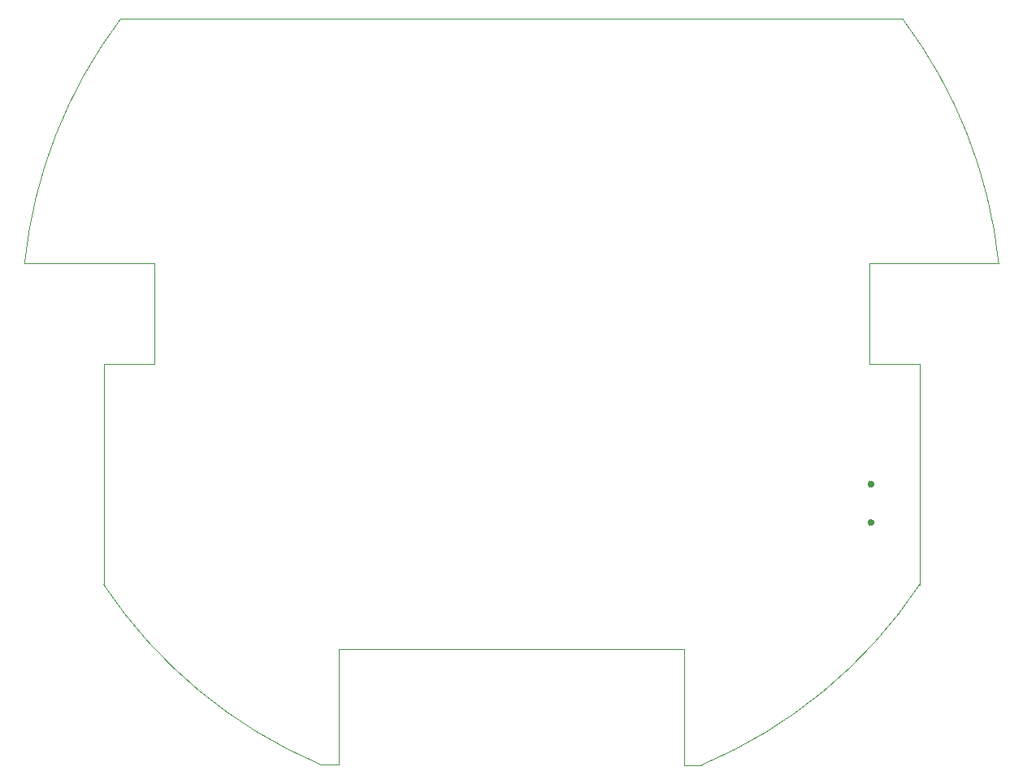
<source format=gbr>
%TF.GenerationSoftware,KiCad,Pcbnew,9.0.0*%
%TF.CreationDate,2025-07-24T21:17:22+09:00*%
%TF.ProjectId,AQUA_VESC,41515541-5f56-4455-9343-2e6b69636164,rev?*%
%TF.SameCoordinates,Original*%
%TF.FileFunction,Profile,NP*%
%FSLAX46Y46*%
G04 Gerber Fmt 4.6, Leading zero omitted, Abs format (unit mm)*
G04 Created by KiCad (PCBNEW 9.0.0) date 2025-07-24 21:17:22*
%MOMM*%
%LPD*%
G01*
G04 APERTURE LIST*
%TA.AperFunction,Profile*%
%ADD10C,0.050000*%
%TD*%
%TA.AperFunction,Profile*%
%ADD11C,0.000000*%
%TD*%
G04 APERTURE END LIST*
D10*
X51000000Y-58000000D02*
X51000000Y-81000000D01*
X111500000Y-99797445D02*
X111500000Y-87750000D01*
X42751428Y-47500153D02*
G75*
G02*
X52774607Y-22018569I50748572J-5249847D01*
G01*
X73517975Y-99707759D02*
X75500000Y-99707759D01*
X130750000Y-58005915D02*
X130750000Y-47500000D01*
X136000000Y-81000000D02*
G75*
G02*
X113269937Y-99797445I-42500000J28250000D01*
G01*
X113269936Y-99797445D02*
X111500000Y-99797445D01*
X130750000Y-58005915D02*
X136000000Y-58005915D01*
X56250000Y-58000000D02*
X51000000Y-58000000D01*
X134225341Y-22018608D02*
X52774607Y-22018676D01*
X75500000Y-99707759D02*
X75500000Y-87750000D01*
X42751428Y-47500153D02*
X56250000Y-47500148D01*
X136000000Y-81000000D02*
X136000000Y-58005915D01*
X75500000Y-87750000D02*
X111500000Y-87750000D01*
X73517975Y-99707759D02*
G75*
G02*
X51000000Y-81000000I19982025J46957759D01*
G01*
X130750000Y-47500000D02*
X144250000Y-47500000D01*
X134226539Y-22017704D02*
G75*
G02*
X144250000Y-47500000I-40726539J-30732296D01*
G01*
X56250000Y-47500148D02*
X56250000Y-58000000D01*
D11*
%TA.AperFunction,Profile*%
%TO.C,USB1*%
G36*
X131076439Y-70176642D02*
G01*
X131155567Y-70222326D01*
X131220174Y-70286933D01*
X131265858Y-70366061D01*
X131289506Y-70454316D01*
X131289506Y-70545684D01*
X131265858Y-70633939D01*
X131220174Y-70713067D01*
X131155567Y-70777674D01*
X131076439Y-70823358D01*
X130988184Y-70847006D01*
X130896816Y-70847006D01*
X130808561Y-70823358D01*
X130729433Y-70777674D01*
X130664826Y-70713067D01*
X130619142Y-70633939D01*
X130595494Y-70545684D01*
X130595494Y-70454316D01*
X130619142Y-70366061D01*
X130664826Y-70286933D01*
X130729433Y-70222326D01*
X130808561Y-70176642D01*
X130896816Y-70152994D01*
X130988184Y-70152994D01*
X131076439Y-70176642D01*
G37*
%TD.AperFunction*%
%TA.AperFunction,Profile*%
G36*
X131076439Y-74176642D02*
G01*
X131155567Y-74222326D01*
X131220174Y-74286933D01*
X131265858Y-74366061D01*
X131289506Y-74454316D01*
X131289506Y-74545684D01*
X131265858Y-74633939D01*
X131220174Y-74713067D01*
X131155567Y-74777674D01*
X131076439Y-74823358D01*
X130988184Y-74847006D01*
X130896816Y-74847006D01*
X130808561Y-74823358D01*
X130729433Y-74777674D01*
X130664826Y-74713067D01*
X130619142Y-74633939D01*
X130595494Y-74545684D01*
X130595494Y-74454316D01*
X130619142Y-74366061D01*
X130664826Y-74286933D01*
X130729433Y-74222326D01*
X130808561Y-74176642D01*
X130896816Y-74152994D01*
X130988184Y-74152994D01*
X131076439Y-74176642D01*
G37*
%TD.AperFunction*%
%TD*%
M02*

</source>
